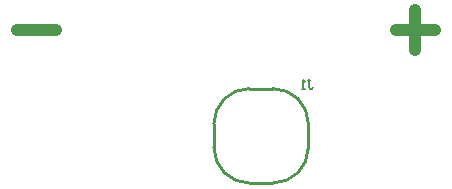
<source format=gbo>
G04*
G04 #@! TF.GenerationSoftware,Altium Limited,Altium Designer,18.1.9 (240)*
G04*
G04 Layer_Color=32896*
%FSLAX24Y24*%
%MOIN*%
G70*
G01*
G75*
%ADD10C,0.0100*%
%ADD11C,0.0079*%
%ADD13C,0.0394*%
D10*
X17165Y3957D02*
G03*
X18346Y2776I1181J0D01*
G01*
Y5925D02*
G03*
X17165Y4744I0J-1181D01*
G01*
X19134Y2776D02*
G03*
X20315Y3957I0J1181D01*
G01*
Y4744D02*
G03*
X19134Y5925I-1181J0D01*
G01*
X17165Y3957D02*
Y4744D01*
X18346Y5925D02*
X19134D01*
X20315Y3957D02*
Y4744D01*
X18346Y2776D02*
X19134D01*
D11*
X20289Y6201D02*
X20381D01*
X20335D01*
Y5971D01*
X20381Y5925D01*
X20427D01*
X20472Y5971D01*
X20197Y5925D02*
X20105D01*
X20151D01*
Y6201D01*
X20197Y6155D01*
D13*
X10591Y7874D02*
X11902D01*
X23228D02*
X24540D01*
X23884Y8530D02*
Y7218D01*
M02*

</source>
